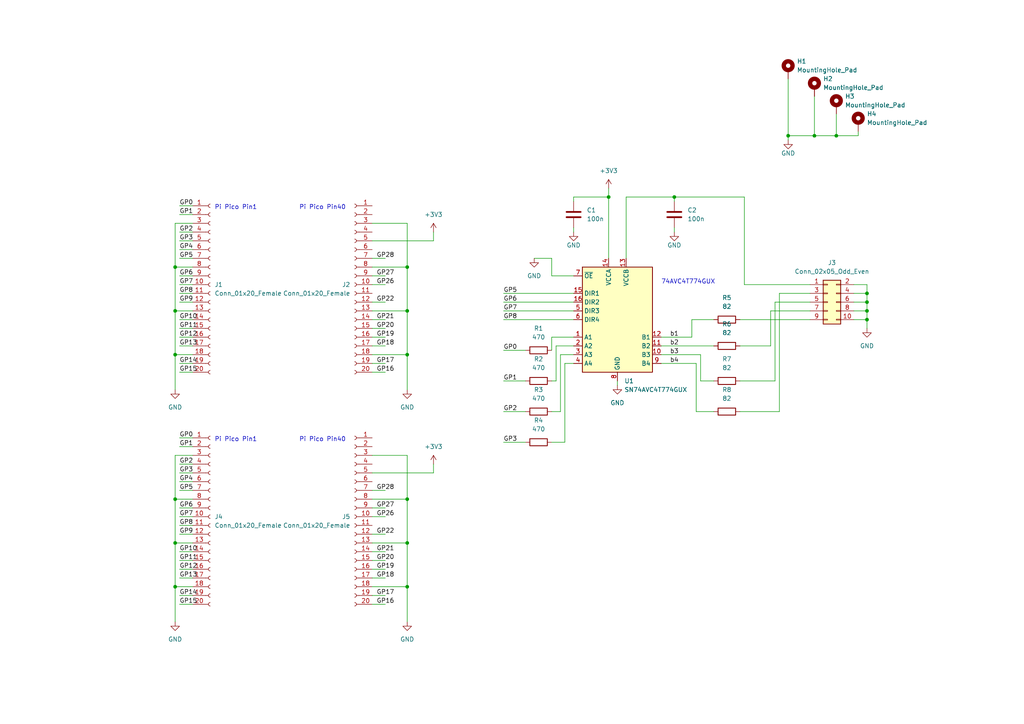
<source format=kicad_sch>
(kicad_sch (version 20211123) (generator eeschema)
  (paper "A4")
  (lib_symbols
    (symbol "Connector:Conn_01x20_Female" (pin_names (offset 1.016) hide)
      (property "Reference" "J" (at 0 25.4 0))
      (property "Value" "Conn_01x20_Female" (at 0 -27.94 0))
      (symbol "Conn_01x20_Female_1_1"
        (arc (start 0 -24.892) (mid -0.508 -25.4) (end 0 -25.908) (stroke (width 0.1524)))
        (arc (start 0 -22.352) (mid -0.508 -22.86) (end 0 -23.368) (stroke (width 0.1524)))
        (arc (start 0 -19.812) (mid -0.508 -20.32) (end 0 -20.828) (stroke (width 0.1524)))
        (arc (start 0 -17.272) (mid -0.508 -17.78) (end 0 -18.288) (stroke (width 0.1524)))
        (arc (start 0 -14.732) (mid -0.508 -15.24) (end 0 -15.748) (stroke (width 0.1524)))
        (arc (start 0 -12.192) (mid -0.508 -12.7) (end 0 -13.208) (stroke (width 0.1524)))
        (arc (start 0 -9.652) (mid -0.508 -10.16) (end 0 -10.668) (stroke (width 0.1524)))
        (arc (start 0 -7.112) (mid -0.508 -7.62) (end 0 -8.128) (stroke (width 0.1524)))
        (arc (start 0 -4.572) (mid -0.508 -5.08) (end 0 -5.588) (stroke (width 0.1524)))
        (arc (start 0 -2.032) (mid -0.508 -2.54) (end 0 -3.048) (stroke (width 0.1524)))
        (polyline (pts (xy -1.27 -25.4) (xy -0.508 -25.4)) (stroke (width 0.1524)))
        (polyline (pts (xy -1.27 -22.86) (xy -0.508 -22.86)) (stroke (width 0.1524)))
        (polyline (pts (xy -1.27 -20.32) (xy -0.508 -20.32)) (stroke (width 0.1524)))
        (polyline (pts (xy -1.27 -17.78) (xy -0.508 -17.78)) (stroke (width 0.1524)))
        (polyline (pts (xy -1.27 -15.24) (xy -0.508 -15.24)) (stroke (width 0.1524)))
        (polyline (pts (xy -1.27 -12.7) (xy -0.508 -12.7)) (stroke (width 0.1524)))
        (polyline (pts (xy -1.27 -10.16) (xy -0.508 -10.16)) (stroke (width 0.1524)))
        (polyline (pts (xy -1.27 -7.62) (xy -0.508 -7.62)) (stroke (width 0.1524)))
        (polyline (pts (xy -1.27 -5.08) (xy -0.508 -5.08)) (stroke (width 0.1524)))
        (polyline (pts (xy -1.27 -2.54) (xy -0.508 -2.54)) (stroke (width 0.1524)))
        (polyline (pts (xy -1.27 0) (xy -0.508 0)) (stroke (width 0.1524)))
        (polyline (pts (xy -1.27 2.54) (xy -0.508 2.54)) (stroke (width 0.1524)))
        (polyline (pts (xy -1.27 5.08) (xy -0.508 5.08)) (stroke (width 0.1524)))
        (polyline (pts (xy -1.27 7.62) (xy -0.508 7.62)) (stroke (width 0.1524)))
        (polyline (pts (xy -1.27 10.16) (xy -0.508 10.16)) (stroke (width 0.1524)))
        (polyline (pts (xy -1.27 12.7) (xy -0.508 12.7)) (stroke (width 0.1524)))
        (polyline (pts (xy -1.27 15.24) (xy -0.508 15.24)) (stroke (width 0.1524)))
        (polyline (pts (xy -1.27 17.78) (xy -0.508 17.78)) (stroke (width 0.1524)))
        (polyline (pts (xy -1.27 20.32) (xy -0.508 20.32)) (stroke (width 0.1524)))
        (polyline (pts (xy -1.27 22.86) (xy -0.508 22.86)) (stroke (width 0.1524)))
        (arc (start 0 0.508) (mid -0.508 0) (end 0 -0.508) (stroke (width 0.1524)))
        (arc (start 0 3.048) (mid -0.508 2.54) (end 0 2.032) (stroke (width 0.1524)))
        (arc (start 0 5.588) (mid -0.508 5.08) (end 0 4.572) (stroke (width 0.1524)))
        (arc (start 0 8.128) (mid -0.508 7.62) (end 0 7.112) (stroke (width 0.1524)))
        (arc (start 0 10.668) (mid -0.508 10.16) (end 0 9.652) (stroke (width 0.1524)))
        (arc (start 0 13.208) (mid -0.508 12.7) (end 0 12.192) (stroke (width 0.1524)))
        (arc (start 0 15.748) (mid -0.508 15.24) (end 0 14.732) (stroke (width 0.1524)))
        (arc (start 0 18.288) (mid -0.508 17.78) (end 0 17.272) (stroke (width 0.1524)))
        (arc (start 0 20.828) (mid -0.508 20.32) (end 0 19.812) (stroke (width 0.1524)))
        (arc (start 0 23.368) (mid -0.508 22.86) (end 0 22.352) (stroke (width 0.1524)))
        (pin passive line (at -5.08 22.86 0) (length 3.81) (name "Pin_1") (number "1"))
        (pin passive line (at -5.08 0 0) (length 3.81) (name "Pin_10") (number "10"))
        (pin passive line (at -5.08 -2.54 0) (length 3.81) (name "Pin_11") (number "11"))
        (pin passive line (at -5.08 -5.08 0) (length 3.81) (name "Pin_12") (number "12"))
        (pin passive line (at -5.08 -7.62 0) (length 3.81) (name "Pin_13") (number "13"))
        (pin passive line (at -5.08 -10.16 0) (length 3.81) (name "Pin_14") (number "14"))
        (pin passive line (at -5.08 -12.7 0) (length 3.81) (name "Pin_15") (number "15"))
        (pin passive line (at -5.08 -15.24 0) (length 3.81) (name "Pin_16") (number "16"))
        (pin passive line (at -5.08 -17.78 0) (length 3.81) (name "Pin_17") (number "17"))
        (pin passive line (at -5.08 -20.32 0) (length 3.81) (name "Pin_18") (number "18"))
        (pin passive line (at -5.08 -22.86 0) (length 3.81) (name "Pin_19") (number "19"))
        (pin passive line (at -5.08 20.32 0) (length 3.81) (name "Pin_2") (number "2"))
        (pin passive line (at -5.08 -25.4 0) (length 3.81) (name "Pin_20") (number "20"))
        (pin passive line (at -5.08 17.78 0) (length 3.81) (name "Pin_3") (number "3"))
        (pin passive line (at -5.08 15.24 0) (length 3.81) (name "Pin_4") (number "4"))
        (pin passive line (at -5.08 12.7 0) (length 3.81) (name "Pin_5") (number "5"))
        (pin passive line (at -5.08 10.16 0) (length 3.81) (name "Pin_6") (number "6"))
        (pin passive line (at -5.08 7.62 0) (length 3.81) (name "Pin_7") (number "7"))
        (pin passive line (at -5.08 5.08 0) (length 3.81) (name "Pin_8") (number "8"))
        (pin passive line (at -5.08 2.54 0) (length 3.81) (name "Pin_9") (number "9"))
      )
    )
    (symbol "Connector_Generic:Conn_02x05_Odd_Even" (pin_names (offset 1.016) hide)
      (property "Reference" "J" (at 1.27 7.62 0))
      (property "Value" "Conn_02x05_Odd_Even" (at 1.27 -7.62 0))
      (symbol "Conn_02x05_Odd_Even_1_1"
        (rectangle (start -1.27 -4.953) (end 0 -5.207) (stroke (width 0.1524)))
        (rectangle (start -1.27 -2.413) (end 0 -2.667) (stroke (width 0.1524)))
        (rectangle (start -1.27 0.127) (end 0 -0.127) (stroke (width 0.1524)))
        (rectangle (start -1.27 2.667) (end 0 2.413) (stroke (width 0.1524)))
        (rectangle (start -1.27 5.207) (end 0 4.953) (stroke (width 0.1524)))
        (rectangle (start -1.27 6.35) (end 3.81 -6.35) (stroke (width 0.254)) (fill (type background)))
        (rectangle (start 3.81 -4.953) (end 2.54 -5.207) (stroke (width 0.1524)))
        (rectangle (start 3.81 -2.413) (end 2.54 -2.667) (stroke (width 0.1524)))
        (rectangle (start 3.81 0.127) (end 2.54 -0.127) (stroke (width 0.1524)))
        (rectangle (start 3.81 2.667) (end 2.54 2.413) (stroke (width 0.1524)))
        (rectangle (start 3.81 5.207) (end 2.54 4.953) (stroke (width 0.1524)))
        (pin passive line (at -5.08 5.08 0) (length 3.81) (name "Pin_1") (number "1"))
        (pin passive line (at 7.62 -5.08 180) (length 3.81) (name "Pin_10") (number "10"))
        (pin passive line (at 7.62 5.08 180) (length 3.81) (name "Pin_2") (number "2"))
        (pin passive line (at -5.08 2.54 0) (length 3.81) (name "Pin_3") (number "3"))
        (pin passive line (at 7.62 2.54 180) (length 3.81) (name "Pin_4") (number "4"))
        (pin passive line (at -5.08 0 0) (length 3.81) (name "Pin_5") (number "5"))
        (pin passive line (at 7.62 0 180) (length 3.81) (name "Pin_6") (number "6"))
        (pin passive line (at -5.08 -2.54 0) (length 3.81) (name "Pin_7") (number "7"))
        (pin passive line (at 7.62 -2.54 180) (length 3.81) (name "Pin_8") (number "8"))
        (pin passive line (at -5.08 -5.08 0) (length 3.81) (name "Pin_9") (number "9"))
      )
    )
    (symbol "Device:C" (pin_numbers hide) (pin_names (offset 0.254))
      (property "Reference" "C" (at 0.635 2.54 0))
      (property "Value" "C" (at 0.635 -2.54 0))
      (symbol "C_0_1"
        (polyline (pts (xy -2.032 -0.762) (xy 2.032 -0.762)) (stroke (width 0.508)))
        (polyline (pts (xy -2.032 0.762) (xy 2.032 0.762)) (stroke (width 0.508)))
      )
      (symbol "C_1_1"
        (pin passive line (at 0 3.81 270) (length 2.794) (name "~") (number "1"))
        (pin passive line (at 0 -3.81 90) (length 2.794) (name "~") (number "2"))
      )
    )
    (symbol "Device:R" (pin_numbers hide) (pin_names (offset 0))
      (property "Reference" "R" (at 2.032 0 90))
      (property "Value" "R" (at 0 0 90))
      (symbol "R_0_1"
        (rectangle (start -1.016 -2.54) (end 1.016 2.54) (stroke (width 0.254)))
      )
      (symbol "R_1_1"
        (pin passive line (at 0 3.81 270) (length 1.27) (name "~") (number "1"))
        (pin passive line (at 0 -3.81 90) (length 1.27) (name "~") (number "2"))
      )
    )
    (symbol "Mechanical:MountingHole_Pad" (pin_numbers hide) (pin_names (offset 1.016) hide)
      (property "Reference" "H" (at 0 6.35 0))
      (property "Value" "MountingHole_Pad" (at 0 4.445 0))
      (symbol "MountingHole_Pad_0_1"
        (circle (center 0 1.27) (radius 1.27) (stroke (width 1.27)))
      )
      (symbol "MountingHole_Pad_1_1"
        (pin input line (at 0 -2.54 90) (length 2.54) (name "1") (number "1"))
      )
    )
    (symbol "levelShifter:SN74AVC4T774GUX"
      (property "Reference" "U" (at -8.89 19.05 0))
      (property "Value" "SN74AVC4T774GUX" (at 12.7 19.05 0))
      (symbol "SN74AVC4T774GUX_0_1"
        (rectangle (start -10.16 17.78) (end 10.16 -12.7) (stroke (width 0.254)) (fill (type background)))
      )
      (symbol "SN74AVC4T774GUX_1_1"
        (pin bidirectional line (at -12.7 -2.54 0) (length 2.54) (name "A1") (number "1"))
        (pin bidirectional line (at 12.7 -7.62 180) (length 2.54) (name "B3") (number "10"))
        (pin bidirectional line (at 12.7 -5.08 180) (length 2.54) (name "B2") (number "11"))
        (pin bidirectional line (at 12.7 -2.54 180) (length 2.54) (name "B1") (number "12"))
        (pin power_in line (at 2.54 20.32 270) (length 2.54) (name "VCCB") (number "13"))
        (pin power_in line (at -2.54 20.32 270) (length 2.54) (name "VCCA") (number "14"))
        (pin input line (at -12.7 10.16 0) (length 2.54) (name "DIR1") (number "15"))
        (pin input line (at -12.7 7.62 0) (length 2.54) (name "DIR2") (number "16"))
        (pin bidirectional line (at -12.7 -5.08 0) (length 2.54) (name "A2") (number "2"))
        (pin bidirectional line (at -12.7 -7.62 0) (length 2.54) (name "A3") (number "3"))
        (pin bidirectional line (at -12.7 -10.16 0) (length 2.54) (name "A4") (number "4"))
        (pin input line (at -12.7 5.08 0) (length 2.54) (name "DIR3") (number "5"))
        (pin input line (at -12.7 2.54 0) (length 2.54) (name "DIR4") (number "6"))
        (pin input line (at -12.7 15.24 0) (length 2.54) (name "~{OE}") (number "7"))
        (pin power_in line (at 0 -15.24 90) (length 2.54) (name "GND") (number "8"))
        (pin bidirectional line (at 12.7 -10.16 180) (length 2.54) (name "B4") (number "9"))
        (pin passive line (at 0 -15.24 90) (length 2.54) hide (name "GND") (number "9"))
      )
    )
    (symbol "power:+3V3" (power) (pin_names (offset 0))
      (property "Value" "+3V3" (at 0 3.556 0))
      (symbol "+3V3_0_1"
        (polyline (pts (xy -0.762 1.27) (xy 0 2.54)))
        (polyline (pts (xy 0 0) (xy 0 2.54)))
        (polyline (pts (xy 0 2.54) (xy 0.762 1.27)))
      )
      (symbol "+3V3_1_1"
        (pin power_in line (at 0 0 90) (length 0) hide (name "+3V3") (number "1"))
      )
    )
    (symbol "power:GND" (power) (pin_names (offset 0))
      (property "Value" "GND" (at 0 -3.81 0))
      (symbol "GND_0_1"
        (polyline (pts (xy 0 0) (xy 0 -1.27) (xy 1.27 -1.27) (xy 0 -2.54) (xy -1.27 -1.27) (xy 0 -1.27)))
      )
      (symbol "GND_1_1"
        (pin power_in line (at 0 0 270) (length 0) hide (name "GND") (number "1"))
      )
    )
  )
  (junction (at 50.8 144.78))
  (junction (at 118.11 144.78))
  (junction (at 242.57 39.37))
  (junction (at 228.6 39.37))
  (junction (at 118.11 90.17))
  (junction (at 50.8 77.47))
  (junction (at 118.11 102.87))
  (junction (at 118.11 77.47))
  (junction (at 176.53 57.15))
  (junction (at 251.46 92.71))
  (junction (at 118.11 170.18))
  (junction (at 50.8 90.17))
  (junction (at 251.46 90.17))
  (junction (at 50.8 170.18))
  (junction (at 251.46 85.09))
  (junction (at 251.46 87.63))
  (junction (at 50.8 157.48))
  (junction (at 195.58 57.15))
  (junction (at 236.22 39.37))
  (junction (at 50.8 102.87))
  (junction (at 118.11 157.48))
  (wire (pts (xy 226.06 85.09) (xy 234.95 85.09)))
  (wire (pts (xy 55.88 144.78) (xy 50.8 144.78)))
  (wire (pts (xy 107.95 154.94) (xy 111.76 154.94)))
  (wire (pts (xy 52.07 69.85) (xy 55.88 69.85)))
  (wire (pts (xy 146.05 87.63) (xy 166.37 87.63)))
  (wire (pts (xy 160.02 80.01) (xy 160.02 74.93)))
  (wire (pts (xy 215.9 57.15) (xy 195.58 57.15)))
  (wire (pts (xy 52.07 82.55) (xy 55.88 82.55)))
  (wire (pts (xy 107.95 100.33) (xy 111.76 100.33)))
  (wire (pts (xy 52.07 107.95) (xy 55.88 107.95)))
  (wire (pts (xy 107.95 64.77) (xy 118.11 64.77)))
  (wire (pts (xy 195.58 57.15) (xy 181.61 57.15)))
  (wire (pts (xy 107.95 97.79) (xy 111.76 97.79)))
  (wire (pts (xy 107.95 95.25) (xy 111.76 95.25)))
  (wire (pts (xy 52.07 62.23) (xy 55.88 62.23)))
  (wire (pts (xy 52.07 105.41) (xy 55.88 105.41)))
  (wire (pts (xy 52.07 67.31) (xy 55.88 67.31)))
  (wire (pts (xy 195.58 66.04) (xy 195.58 67.31)))
  (wire (pts (xy 247.65 90.17) (xy 251.46 90.17)))
  (wire (pts (xy 248.92 38.1) (xy 248.92 39.37)))
  (wire (pts (xy 228.6 39.37) (xy 228.6 40.64)))
  (wire (pts (xy 107.95 147.32) (xy 111.76 147.32)))
  (wire (pts (xy 247.65 85.09) (xy 251.46 85.09)))
  (wire (pts (xy 107.95 90.17) (xy 118.11 90.17)))
  (wire (pts (xy 52.07 80.01) (xy 55.88 80.01)))
  (wire (pts (xy 52.07 172.72) (xy 55.88 172.72)))
  (wire (pts (xy 107.95 157.48) (xy 118.11 157.48)))
  (wire (pts (xy 236.22 39.37) (xy 228.6 39.37)))
  (wire (pts (xy 52.07 175.26) (xy 55.88 175.26)))
  (wire (pts (xy 215.9 82.55) (xy 215.9 57.15)))
  (wire (pts (xy 201.93 119.38) (xy 201.93 105.41)))
  (wire (pts (xy 50.8 102.87) (xy 55.88 102.87)))
  (wire (pts (xy 50.8 64.77) (xy 55.88 64.77)))
  (wire (pts (xy 236.22 27.94) (xy 236.22 39.37)))
  (wire (pts (xy 248.92 39.37) (xy 242.57 39.37)))
  (wire (pts (xy 224.79 87.63) (xy 234.95 87.63)))
  (wire (pts (xy 52.07 139.7) (xy 55.88 139.7)))
  (wire (pts (xy 166.37 97.79) (xy 160.02 97.79)))
  (wire (pts (xy 52.07 100.33) (xy 55.88 100.33)))
  (wire (pts (xy 107.95 82.55) (xy 111.76 82.55)))
  (wire (pts (xy 207.01 110.49) (xy 203.2 110.49)))
  (wire (pts (xy 200.66 97.79) (xy 200.66 92.71)))
  (wire (pts (xy 107.95 74.93) (xy 111.76 74.93)))
  (wire (pts (xy 50.8 170.18) (xy 50.8 180.34)))
  (wire (pts (xy 50.8 170.18) (xy 55.88 170.18)))
  (wire (pts (xy 176.53 54.61) (xy 176.53 57.15)))
  (wire (pts (xy 125.73 134.62) (xy 125.73 137.16)))
  (wire (pts (xy 251.46 87.63) (xy 251.46 90.17)))
  (wire (pts (xy 118.11 102.87) (xy 118.11 90.17)))
  (wire (pts (xy 162.56 102.87) (xy 162.56 119.38)))
  (wire (pts (xy 107.95 107.95) (xy 111.76 107.95)))
  (wire (pts (xy 166.37 80.01) (xy 160.02 80.01)))
  (wire (pts (xy 166.37 58.42) (xy 166.37 57.15)))
  (wire (pts (xy 118.11 113.03) (xy 118.11 102.87)))
  (wire (pts (xy 107.95 170.18) (xy 118.11 170.18)))
  (wire (pts (xy 107.95 175.26) (xy 111.76 175.26)))
  (wire (pts (xy 107.95 149.86) (xy 111.76 149.86)))
  (wire (pts (xy 52.07 72.39) (xy 55.88 72.39)))
  (wire (pts (xy 50.8 77.47) (xy 50.8 90.17)))
  (wire (pts (xy 52.07 87.63) (xy 55.88 87.63)))
  (wire (pts (xy 50.8 64.77) (xy 50.8 77.47)))
  (wire (pts (xy 161.29 110.49) (xy 160.02 110.49)))
  (wire (pts (xy 52.07 92.71) (xy 55.88 92.71)))
  (wire (pts (xy 52.07 129.54) (xy 55.88 129.54)))
  (wire (pts (xy 251.46 92.71) (xy 247.65 92.71)))
  (wire (pts (xy 251.46 82.55) (xy 251.46 85.09)))
  (wire (pts (xy 166.37 102.87) (xy 162.56 102.87)))
  (wire (pts (xy 152.4 101.6) (xy 146.05 101.6)))
  (wire (pts (xy 107.95 144.78) (xy 118.11 144.78)))
  (wire (pts (xy 50.8 157.48) (xy 50.8 170.18)))
  (wire (pts (xy 163.83 105.41) (xy 163.83 128.27)))
  (wire (pts (xy 247.65 87.63) (xy 251.46 87.63)))
  (wire (pts (xy 118.11 144.78) (xy 118.11 132.08)))
  (wire (pts (xy 52.07 160.02) (xy 55.88 160.02)))
  (wire (pts (xy 52.07 147.32) (xy 55.88 147.32)))
  (wire (pts (xy 118.11 170.18) (xy 118.11 157.48)))
  (wire (pts (xy 50.8 90.17) (xy 50.8 102.87)))
  (wire (pts (xy 228.6 22.86) (xy 228.6 39.37)))
  (wire (pts (xy 118.11 157.48) (xy 118.11 144.78)))
  (wire (pts (xy 52.07 134.62) (xy 55.88 134.62)))
  (wire (pts (xy 251.46 95.25) (xy 251.46 92.71)))
  (wire (pts (xy 223.52 100.33) (xy 214.63 100.33)))
  (wire (pts (xy 146.05 119.38) (xy 152.4 119.38)))
  (wire (pts (xy 107.95 102.87) (xy 118.11 102.87)))
  (wire (pts (xy 55.88 77.47) (xy 50.8 77.47)))
  (wire (pts (xy 181.61 57.15) (xy 181.61 74.93)))
  (wire (pts (xy 55.88 157.48) (xy 50.8 157.48)))
  (wire (pts (xy 52.07 167.64) (xy 55.88 167.64)))
  (wire (pts (xy 242.57 39.37) (xy 236.22 39.37)))
  (wire (pts (xy 224.79 110.49) (xy 214.63 110.49)))
  (wire (pts (xy 118.11 77.47) (xy 118.11 64.77)))
  (wire (pts (xy 203.2 110.49) (xy 203.2 102.87)))
  (wire (pts (xy 52.07 59.69) (xy 55.88 59.69)))
  (wire (pts (xy 234.95 82.55) (xy 215.9 82.55)))
  (wire (pts (xy 107.95 160.02) (xy 111.76 160.02)))
  (wire (pts (xy 50.8 132.08) (xy 50.8 144.78)))
  (wire (pts (xy 251.46 85.09) (xy 251.46 87.63)))
  (wire (pts (xy 52.07 165.1) (xy 55.88 165.1)))
  (wire (pts (xy 146.05 90.17) (xy 166.37 90.17)))
  (wire (pts (xy 247.65 82.55) (xy 251.46 82.55)))
  (wire (pts (xy 163.83 128.27) (xy 160.02 128.27)))
  (wire (pts (xy 160.02 97.79) (xy 160.02 101.6)))
  (wire (pts (xy 166.37 57.15) (xy 176.53 57.15)))
  (wire (pts (xy 52.07 162.56) (xy 55.88 162.56)))
  (wire (pts (xy 207.01 119.38) (xy 201.93 119.38)))
  (wire (pts (xy 107.95 105.41) (xy 111.76 105.41)))
  (wire (pts (xy 226.06 119.38) (xy 226.06 85.09)))
  (wire (pts (xy 179.07 110.49) (xy 179.07 111.76)))
  (wire (pts (xy 107.95 92.71) (xy 111.76 92.71)))
  (wire (pts (xy 166.37 105.41) (xy 163.83 105.41)))
  (wire (pts (xy 107.95 69.85) (xy 125.73 69.85)))
  (wire (pts (xy 107.95 80.01) (xy 111.76 80.01)))
  (wire (pts (xy 52.07 152.4) (xy 55.88 152.4)))
  (wire (pts (xy 226.06 119.38) (xy 214.63 119.38)))
  (wire (pts (xy 191.77 97.79) (xy 200.66 97.79)))
  (wire (pts (xy 242.57 33.02) (xy 242.57 39.37)))
  (wire (pts (xy 191.77 100.33) (xy 207.01 100.33)))
  (wire (pts (xy 52.07 137.16) (xy 55.88 137.16)))
  (wire (pts (xy 146.05 85.09) (xy 166.37 85.09)))
  (wire (pts (xy 224.79 110.49) (xy 224.79 87.63)))
  (wire (pts (xy 118.11 90.17) (xy 118.11 77.47)))
  (wire (pts (xy 107.95 142.24) (xy 111.76 142.24)))
  (wire (pts (xy 52.07 97.79) (xy 55.88 97.79)))
  (wire (pts (xy 125.73 67.31) (xy 125.73 69.85)))
  (wire (pts (xy 50.8 144.78) (xy 50.8 157.48)))
  (wire (pts (xy 191.77 105.41) (xy 201.93 105.41)))
  (wire (pts (xy 55.88 90.17) (xy 50.8 90.17)))
  (wire (pts (xy 118.11 180.34) (xy 118.11 170.18)))
  (wire (pts (xy 146.05 128.27) (xy 152.4 128.27)))
  (wire (pts (xy 214.63 92.71) (xy 234.95 92.71)))
  (wire (pts (xy 107.95 87.63) (xy 111.76 87.63)))
  (wire (pts (xy 107.95 77.47) (xy 118.11 77.47)))
  (wire (pts (xy 195.58 58.42) (xy 195.58 57.15)))
  (wire (pts (xy 162.56 119.38) (xy 160.02 119.38)))
  (wire (pts (xy 146.05 92.71) (xy 166.37 92.71)))
  (wire (pts (xy 161.29 100.33) (xy 161.29 110.49)))
  (wire (pts (xy 107.95 172.72) (xy 111.76 172.72)))
  (wire (pts (xy 52.07 149.86) (xy 55.88 149.86)))
  (wire (pts (xy 146.05 110.49) (xy 152.4 110.49)))
  (wire (pts (xy 234.95 90.17) (xy 223.52 90.17)))
  (wire (pts (xy 52.07 154.94) (xy 55.88 154.94)))
  (wire (pts (xy 166.37 66.04) (xy 166.37 67.31)))
  (wire (pts (xy 107.95 162.56) (xy 111.76 162.56)))
  (wire (pts (xy 52.07 142.24) (xy 55.88 142.24)))
  (wire (pts (xy 52.07 85.09) (xy 55.88 85.09)))
  (wire (pts (xy 52.07 95.25) (xy 55.88 95.25)))
  (wire (pts (xy 251.46 90.17) (xy 251.46 92.71)))
  (wire (pts (xy 50.8 102.87) (xy 50.8 113.03)))
  (wire (pts (xy 52.07 74.93) (xy 55.88 74.93)))
  (wire (pts (xy 223.52 90.17) (xy 223.52 100.33)))
  (wire (pts (xy 176.53 57.15) (xy 176.53 74.93)))
  (wire (pts (xy 160.02 74.93) (xy 154.94 74.93)))
  (wire (pts (xy 52.07 127) (xy 55.88 127)))
  (wire (pts (xy 107.95 165.1) (xy 111.76 165.1)))
  (wire (pts (xy 200.66 92.71) (xy 207.01 92.71)))
  (wire (pts (xy 50.8 132.08) (xy 55.88 132.08)))
  (wire (pts (xy 107.95 132.08) (xy 118.11 132.08)))
  (wire (pts (xy 203.2 102.87) (xy 191.77 102.87)))
  (wire (pts (xy 107.95 167.64) (xy 111.76 167.64)))
  (wire (pts (xy 107.95 137.16) (xy 125.73 137.16)))
  (wire (pts (xy 166.37 100.33) (xy 161.29 100.33)))
  (text "Pi Pico Pin40" (at 100.33 60.96 180) (effects (font (size 1.27 1.27)) (justify right bottom)))
  (text "Pi Pico Pin1" (at 62.23 128.27 0) (effects (font (size 1.27 1.27)) (justify left bottom)))
  (text "Pi Pico Pin1" (at 62.23 60.96 0) (effects (font (size 1.27 1.27)) (justify left bottom)))
  (text "Pi Pico Pin40" (at 100.33 128.27 180) (effects (font (size 1.27 1.27)) (justify right bottom)))
  (text "74AVC4T774GUX" (at 191.77 82.55 0) (effects (font (size 1.27 1.27)) (justify left bottom)))
  (label "GP7" (at 52.07 149.86 0))
  (label "GP1" (at 146.05 110.49 0))
  (label "GP12" (at 52.07 97.79 0))
  (label "GP21" (at 109.22 92.71 0))
  (label "GP9" (at 52.07 154.94 0))
  (label "GP22" (at 109.22 154.94 0))
  (label "GP8" (at 52.07 85.09 0))
  (label "GP7" (at 52.07 82.55 0))
  (label "GP20" (at 109.22 162.56 0))
  (label "GP10" (at 52.07 160.02 0))
  (label "GP27" (at 109.22 147.32 0))
  (label "GP19" (at 109.22 165.1 0))
  (label "GP16" (at 109.22 175.26 0))
  (label "GP8" (at 146.05 92.71 0))
  (label "GP2" (at 52.07 134.62 0))
  (label "GP3" (at 52.07 69.85 0))
  (label "GP11" (at 52.07 162.56 0))
  (label "GP14" (at 52.07 105.41 0))
  (label "GP28" (at 109.22 142.24 0))
  (label "GP18" (at 109.22 167.64 0))
  (label "GP13" (at 52.07 167.64 0))
  (label "GP2" (at 146.05 119.38 0))
  (label "GP6" (at 52.07 147.32 0))
  (label "b4" (at 194.31 105.41 0))
  (label "GP26" (at 109.22 149.86 0))
  (label "GP10" (at 52.07 92.71 0))
  (label "GP27" (at 109.22 80.01 0))
  (label "GP0" (at 52.07 127 0))
  (label "GP16" (at 109.22 107.95 0))
  (label "GP17" (at 109.22 105.41 0))
  (label "GP4" (at 52.07 139.7 0))
  (label "GP5" (at 52.07 74.93 0))
  (label "GP7" (at 146.05 90.17 0))
  (label "b2" (at 194.31 100.33 0))
  (label "GP21" (at 109.22 160.02 0))
  (label "GP15" (at 52.07 107.95 0))
  (label "GP17" (at 109.22 172.72 0))
  (label "GP5" (at 52.07 142.24 0))
  (label "GP14" (at 52.07 172.72 0))
  (label "GP1" (at 52.07 62.23 0))
  (label "GP28" (at 109.22 74.93 0))
  (label "GP4" (at 52.07 72.39 0))
  (label "GP13" (at 52.07 100.33 0))
  (label "GP18" (at 109.22 100.33 0))
  (label "GP6" (at 52.07 80.01 0))
  (label "b3" (at 194.31 102.87 0))
  (label "GP8" (at 52.07 152.4 0))
  (label "b1" (at 194.31 97.79 0))
  (label "GP22" (at 109.22 87.63 0))
  (label "GP15" (at 52.07 175.26 0))
  (label "GP5" (at 146.05 85.09 0))
  (label "GP19" (at 109.22 97.79 0))
  (label "GP26" (at 109.22 82.55 0))
  (label "GP11" (at 52.07 95.25 0))
  (label "GP3" (at 146.05 128.27 0))
  (label "GP0" (at 146.05 101.6 0))
  (label "GP6" (at 146.05 87.63 0))
  (label "GP3" (at 52.07 137.16 0))
  (label "GP0" (at 52.07 59.69 0))
  (label "GP20" (at 109.22 95.25 0))
  (label "GP9" (at 52.07 87.63 0))
  (label "GP1" (at 52.07 129.54 0))
  (label "GP2" (at 52.07 67.31 0))
  (label "GP12" (at 52.07 165.1 0))
  (symbol (lib_id "Connector:Conn_01x20_Female") (at 102.87 149.86 0) (mirror y) (unit 1)
    (property "Reference" "J5" (at 101.6 149.8599 0) (effects (justify left)))
    (property "Value" "Conn_01x20_Female" (at 101.6 152.3999 0) (effects (justify left)))
    (property "Footprint" "Connector_PinSocket_2.54mm:PinSocket_1x20_P2.54mm_Vertical" (effects hide))
  )
  (symbol (lib_id "Connector:Conn_01x20_Female") (at 60.96 149.86 0) (unit 1)
    (property "Reference" "J4" (at 62.23 149.8599 0) (effects (justify left)))
    (property "Value" "Conn_01x20_Female" (at 62.23 152.3999 0) (effects (justify left)))
    (property "Footprint" "Connector_PinSocket_2.54mm:PinSocket_1x20_P2.54mm_Vertical" (effects hide))
  )
  (symbol (lib_id "Device:R") (at 210.82 119.38 90) (unit 1)
    (property "Reference" "R8" (at 210.82 113.03 90))
    (property "Value" "82" (at 210.82 115.57 90))
    (property "Footprint" "Resistor_SMD:R_0402_1005Metric" (effects hide))
  )
  (symbol (lib_id "Mechanical:MountingHole_Pad") (at 228.6 20.32 0) (unit 1)
    (property "Reference" "H1" (at 231.14 17.7799 0) (effects (justify left)))
    (property "Value" "MountingHole_Pad" (at 231.14 20.3199 0) (effects (justify left)))
    (property "Footprint" "MountingHole:MountingHole_3.2mm_M3_DIN965_Pad" (effects hide))
  )
  (symbol (lib_id "Device:C") (at 166.37 62.23 0) (unit 1)
    (property "Reference" "C1" (at 170.18 60.9599 0) (effects (justify left)))
    (property "Value" "100n" (at 170.18 63.4999 0) (effects (justify left)))
    (property "Footprint" "Capacitor_SMD:C_0402_1005Metric" (effects hide))
  )
  (symbol (lib_id "Device:R") (at 210.82 110.49 90) (unit 1)
    (property "Reference" "R7" (at 210.82 104.14 90))
    (property "Value" "82" (at 210.82 106.68 90))
    (property "Footprint" "Resistor_SMD:R_0402_1005Metric" (effects hide))
  )
  (symbol (lib_id "power:GND") (at 251.46 95.25 0) (unit 1)
    (property "Reference" "#PWR0101" (effects hide))
    (property "Value" "GND" (at 251.46 100.33 0))
  )
  (symbol (lib_id "Device:R") (at 156.21 110.49 90) (unit 1)
    (property "Reference" "R2" (at 156.21 104.14 90))
    (property "Value" "470" (at 156.21 106.68 90))
    (property "Footprint" "Resistor_SMD:R_0402_1005Metric" (effects hide))
  )
  (symbol (lib_id "Connector_Generic:Conn_02x05_Odd_Even") (at 240.03 87.63 0) (unit 1)
    (property "Reference" "J3" (at 241.3 76.2 0))
    (property "Value" "Conn_02x05_Odd_Even" (at 241.3 78.74 0))
    (property "Footprint" "Connector_PinHeader_2.54mm:PinHeader_2x05_P2.54mm_Vertical" (effects hide))
  )
  (symbol (lib_id "power:GND") (at 118.11 113.03 0) (unit 1)
    (property "Reference" "#PWR0104" (effects hide))
    (property "Value" "GND" (at 118.11 118.11 0))
  )
  (symbol (lib_id "Mechanical:MountingHole_Pad") (at 248.92 35.56 0) (unit 1)
    (property "Reference" "H4" (at 251.46 33.0199 0) (effects (justify left)))
    (property "Value" "MountingHole_Pad" (at 251.46 35.5599 0) (effects (justify left)))
    (property "Footprint" "MountingHole:MountingHole_3.2mm_M3_DIN965_Pad" (effects hide))
  )
  (symbol (lib_id "Connector:Conn_01x20_Female") (at 102.87 82.55 0) (mirror y) (unit 1)
    (property "Reference" "J2" (at 101.6 82.5499 0) (effects (justify left)))
    (property "Value" "Conn_01x20_Female" (at 101.6 85.0899 0) (effects (justify left)))
    (property "Footprint" "Connector_PinSocket_2.54mm:PinSocket_1x20_P2.54mm_Vertical" (effects hide))
  )
  (symbol (lib_id "Mechanical:MountingHole_Pad") (at 242.57 30.48 0) (unit 1)
    (property "Reference" "H3" (at 245.11 27.9399 0) (effects (justify left)))
    (property "Value" "MountingHole_Pad" (at 245.11 30.4799 0) (effects (justify left)))
    (property "Footprint" "MountingHole:MountingHole_3.2mm_M3_DIN965_Pad" (effects hide))
  )
  (symbol (lib_id "power:+3V3") (at 176.53 54.61 0) (unit 1)
    (property "Reference" "#PWR0108" (effects hide))
    (property "Value" "+3V3" (at 176.53 49.53 0))
  )
  (symbol (lib_id "Device:R") (at 156.21 128.27 90) (unit 1)
    (property "Reference" "R4" (at 156.21 121.92 90))
    (property "Value" "470" (at 156.21 124.46 90))
    (property "Footprint" "Resistor_SMD:R_0402_1005Metric" (effects hide))
  )
  (symbol (lib_id "levelShifter:SN74AVC4T774GUX") (at 179.07 95.25 0) (unit 1)
    (property "Reference" "U1" (at 181.0894 110.49 0) (effects (justify left)))
    (property "Value" "SN74AVC4T774GUX" (at 181.0894 113.03 0) (effects (justify left)))
    (property "Footprint" "levelShifter:XQFN16" (effects hide))
    (property "Datasheet" "https://assets.nexperia.com/documents/data-sheet/74AVC4T774.pdf" (effects hide))
  )
  (symbol (lib_id "power:GND") (at 154.94 74.93 0) (unit 1)
    (property "Reference" "#PWR0106" (effects hide))
    (property "Value" "GND" (at 154.94 80.01 0))
  )
  (symbol (lib_id "power:GND") (at 166.37 67.31 0) (unit 1)
    (property "Reference" "#PWR0107" (effects hide))
    (property "Value" "GND" (at 166.37 71.12 0))
  )
  (symbol (lib_id "power:GND") (at 228.6 40.64 0) (unit 1)
    (property "Reference" "#PWR0113" (effects hide))
    (property "Value" "GND" (at 228.6 44.45 0))
  )
  (symbol (lib_id "power:GND") (at 195.58 67.31 0) (unit 1)
    (property "Reference" "#PWR0109" (effects hide))
    (property "Value" "GND" (at 195.58 71.12 0))
  )
  (symbol (lib_id "power:+3V3") (at 125.73 134.62 0) (unit 1)
    (property "Reference" "#PWR0112" (effects hide))
    (property "Value" "+3V3" (at 125.73 129.54 0))
  )
  (symbol (lib_id "power:+3V3") (at 125.73 67.31 0) (unit 1)
    (property "Reference" "#PWR0105" (effects hide))
    (property "Value" "+3V3" (at 125.73 62.23 0))
  )
  (symbol (lib_id "Device:C") (at 195.58 62.23 0) (unit 1)
    (property "Reference" "C2" (at 199.39 60.9599 0) (effects (justify left)))
    (property "Value" "100n" (at 199.39 63.4999 0) (effects (justify left)))
    (property "Footprint" "Capacitor_SMD:C_0402_1005Metric" (effects hide))
  )
  (symbol (lib_id "power:GND") (at 179.07 111.76 0) (unit 1)
    (property "Reference" "#PWR0102" (effects hide))
    (property "Value" "GND" (at 179.07 116.84 0))
  )
  (symbol (lib_id "power:GND") (at 50.8 113.03 0) (unit 1)
    (property "Reference" "#PWR0103" (effects hide))
    (property "Value" "GND" (at 50.8 118.11 0))
  )
  (symbol (lib_id "Device:R") (at 210.82 100.33 90) (unit 1)
    (property "Reference" "R6" (at 210.82 93.98 90))
    (property "Value" "82" (at 210.82 96.52 90))
    (property "Footprint" "Resistor_SMD:R_0402_1005Metric" (effects hide))
  )
  (symbol (lib_id "Device:R") (at 156.21 101.6 90) (unit 1)
    (property "Reference" "R1" (at 156.21 95.25 90))
    (property "Value" "470" (at 156.21 97.79 90))
    (property "Footprint" "Resistor_SMD:R_0402_1005Metric" (effects hide))
  )
  (symbol (lib_id "Connector:Conn_01x20_Female") (at 60.96 82.55 0) (unit 1)
    (property "Reference" "J1" (at 62.23 82.5499 0) (effects (justify left)))
    (property "Value" "Conn_01x20_Female" (at 62.23 85.0899 0) (effects (justify left)))
    (property "Footprint" "Connector_PinSocket_2.54mm:PinSocket_1x20_P2.54mm_Vertical" (effects hide))
  )
  (symbol (lib_id "power:GND") (at 50.8 180.34 0) (unit 1)
    (property "Reference" "#PWR0110" (effects hide))
    (property "Value" "GND" (at 50.8 185.42 0))
  )
  (symbol (lib_id "power:GND") (at 118.11 180.34 0) (unit 1)
    (property "Reference" "#PWR0111" (effects hide))
    (property "Value" "GND" (at 118.11 185.42 0))
  )
  (symbol (lib_id "Device:R") (at 156.21 119.38 90) (unit 1)
    (property "Reference" "R3" (at 156.21 113.03 90))
    (property "Value" "470" (at 156.21 115.57 90))
    (property "Footprint" "Resistor_SMD:R_0402_1005Metric" (effects hide))
  )
  (symbol (lib_id "Device:R") (at 210.82 92.71 90) (unit 1)
    (property "Reference" "R5" (at 210.82 86.36 90))
    (property "Value" "82" (at 210.82 88.9 90))
    (property "Footprint" "Resistor_SMD:R_0402_1005Metric" (effects hide))
  )
  (symbol (lib_id "Mechanical:MountingHole_Pad") (at 236.22 25.4 0) (unit 1)
    (property "Reference" "H2" (at 238.76 22.8599 0) (effects (justify left)))
    (property "Value" "MountingHole_Pad" (at 238.76 25.3999 0) (effects (justify left)))
    (property "Footprint" "MountingHole:MountingHole_3.2mm_M3_DIN965_Pad" (effects hide))
  )
)
</source>
